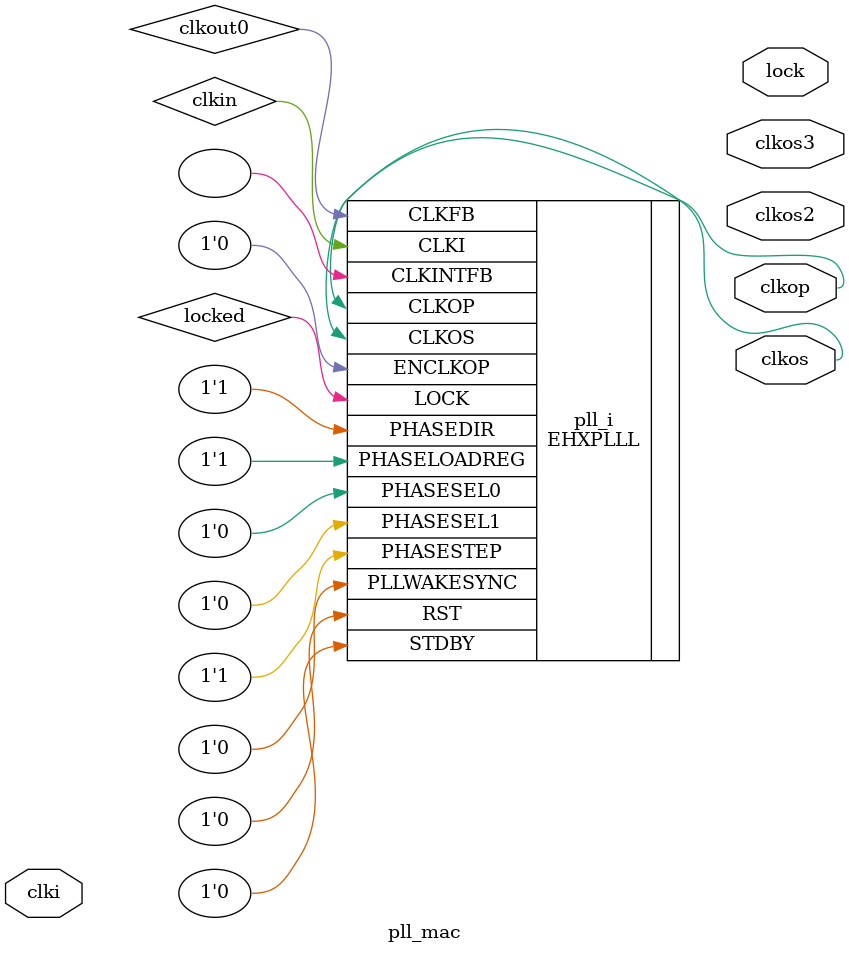
<source format=v>
/* Workaround wrapper module for ECP5 PLL
 
  ghdlsynth does, as of now:

  Thu, 06 Feb 2020 10:46:51 +0100
 
  ..not support generics for blackboxes. Therefore we need a separate wrapper
  in Verilog.
 
  */

module pll_mac(
	input clki,
	output clkop,
	output clkos,
	output clkos2,
	output clkos3,
	output lock
);

(* FREQUENCY_PIN_CLKOS3 = "75.000000" *)
(* FREQUENCY_PIN_CLKOS2 = "50.000000" *)
(* FREQUENCY_PIN_CLKOS = "25.000000" *)
(* FREQUENCY_PIN_CLKOP = "125.000000" *)
(* FREQUENCY_PIN_CLKI = "100.000000" *)
(* ICP_CURRENT = "7" *)
(* LPF_RESISTOR = "16" *)

EHXPLLL #(
        .PLLRST_ENA("DISABLED"),
        .INTFB_WAKE("DISABLED"),
        .STDBY_ENABLE("DISABLED"),
        .DPHASE_SOURCE("DISABLED"),
        .OUTDIVIDER_MUXA("DIVA"),
        .OUTDIVIDER_MUXB("DIVB"),
        .OUTDIVIDER_MUXC("DIVC"),
        .OUTDIVIDER_MUXD("DIVD"),
        .CLKI_DIV(4),
        .CLKOP_ENABLE("ENABLED"),
        .CLKOP_DIV(6),
        .CLKOP_CPHASE(5),
        .CLKOP_FPHASE(0),
        // .CLKOP_TRIM_DELAY(0),
        .CLKOP_TRIM_POL("FALLING"),
        .CLKOS_ENABLE("ENABLED"),
        .CLKOS_DIV(30),
        .CLKOS_CPHASE(29),
        .CLKOS_FPHASE(0),
        // .CLKOS_TRIM_DELAY(0),
        .CLKOS_TRIM_POL("FALLING"),
        .CLKOS2_ENABLE("ENABLED"),
        .CLKOS2_DIV(15),
        .CLKOS2_CPHASE(14),
        .CLKOS2_FPHASE(0),
        .CLKOS3_ENABLE("ENABLED"),
        .CLKOS3_DIV(10),
        .CLKOS3_CPHASE(9),
        .CLKOS3_FPHASE(0),
        .FEEDBK_PATH("CLKOP"),
        .CLKFB_DIV(5)
    ) pll_i (
        .RST(1'b0),
        .STDBY(1'b0),
        .CLKI(clkin),
        .CLKOP(clkop),
        .CLKOS(clkos),
        .CLKFB(clkout0),
        .CLKINTFB(),
        .PHASESEL0(1'b0),
        .PHASESEL1(1'b0),
        .PHASEDIR(1'b1),
        .PHASESTEP(1'b1),
        .PHASELOADREG(1'b1),
        .PLLWAKESYNC(1'b0),
        .ENCLKOP(1'b0),
        .LOCK(locked)
	);


endmodule

</source>
